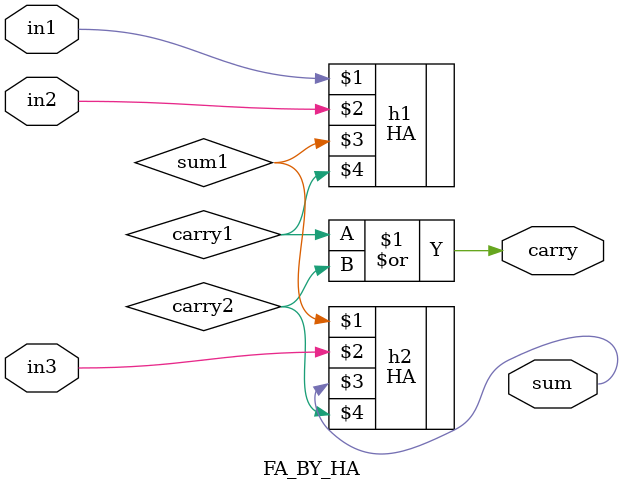
<source format=v>
`timescale 1ns / 1ps

// Author : Venu Pabbuleti 
// ID     : N180116
//Branch  : ECE
//Project : RTL design using Verilog
//Design  : Full Adder using Half Adder
//Module  : Main Design Module
//RGUKT NUZVID 
//////////////////////////////////////////////////////////////////////////////////


module FA_BY_HA(in1,in2,in3,sum,carry);
input in1,in2,in3;
output sum,carry;

wire sum1,carry1,carry2;
HA h1(in1,in2,sum1,carry1);
HA h2(sum1,in3,sum,carry2);
or o1(carry,carry1,carry2);
endmodule

</source>
